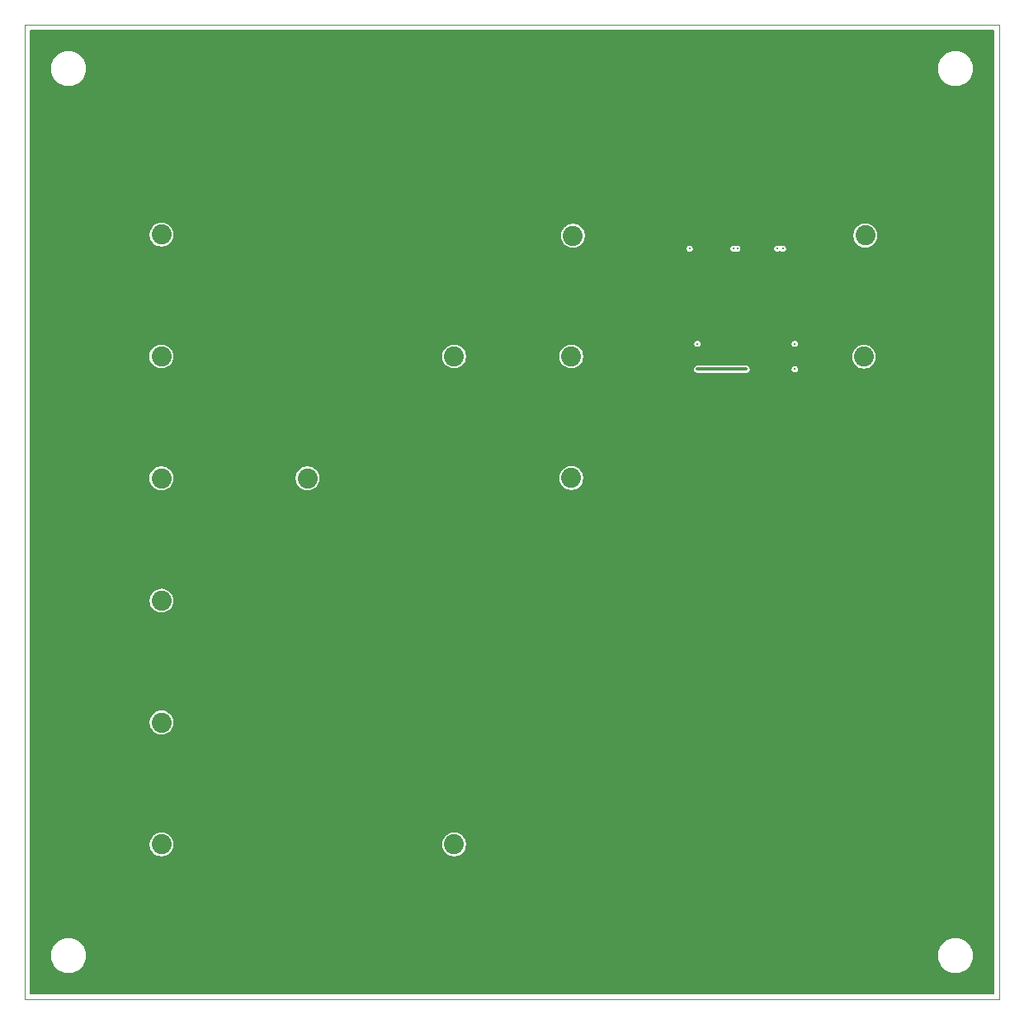
<source format=gbr>
%TF.GenerationSoftware,KiCad,Pcbnew,9.0.3*%
%TF.CreationDate,2026-02-01T20:01:01-08:00*%
%TF.ProjectId,White paper,57686974-6520-4706-9170-65722e6b6963,rev?*%
%TF.SameCoordinates,Original*%
%TF.FileFunction,Copper,L2,Inr*%
%TF.FilePolarity,Positive*%
%FSLAX46Y46*%
G04 Gerber Fmt 4.6, Leading zero omitted, Abs format (unit mm)*
G04 Created by KiCad (PCBNEW 9.0.3) date 2026-02-01 20:01:01*
%MOMM*%
%LPD*%
G01*
G04 APERTURE LIST*
%TA.AperFunction,ComponentPad*%
%ADD10C,2.050000*%
%TD*%
%TA.AperFunction,ComponentPad*%
%ADD11C,2.250000*%
%TD*%
%TA.AperFunction,ViaPad*%
%ADD12C,0.250000*%
%TD*%
%TA.AperFunction,Conductor*%
%ADD13C,0.349250*%
%TD*%
%TA.AperFunction,Profile*%
%ADD14C,0.050000*%
%TD*%
G04 APERTURE END LIST*
D10*
%TO.N,Net-(J10-In)*%
%TO.C,J10*%
X94060000Y-134090000D03*
D11*
%TO.N,GND*%
X91520000Y-131550000D03*
X91520000Y-136630000D03*
X96600000Y-131550000D03*
X96600000Y-136630000D03*
%TD*%
D10*
%TO.N,Net-(J10-In)*%
%TO.C,J9*%
X64060000Y-134090000D03*
D11*
%TO.N,GND*%
X61520000Y-131550000D03*
X61520000Y-136630000D03*
X66600000Y-131550000D03*
X66600000Y-136630000D03*
%TD*%
D10*
%TO.N,Net-(J2-In)*%
%TO.C,J2*%
X64060000Y-121590000D03*
D11*
%TO.N,GND*%
X61520000Y-119050000D03*
X61520000Y-124130000D03*
X66600000Y-119050000D03*
X66600000Y-124130000D03*
%TD*%
D10*
%TO.N,Net-(J1-In)*%
%TO.C,J1*%
X64060000Y-71530000D03*
D11*
%TO.N,GND*%
X61520000Y-68990000D03*
X61520000Y-74070000D03*
X66600000Y-68990000D03*
X66600000Y-74070000D03*
%TD*%
D10*
%TO.N,Net-(J4-In)*%
%TO.C,J4*%
X136260000Y-71620000D03*
D11*
%TO.N,GND*%
X133720000Y-69080000D03*
X133720000Y-74160000D03*
X138800000Y-69080000D03*
X138800000Y-74160000D03*
%TD*%
D10*
%TO.N,Net-(J6-In)*%
%TO.C,J6*%
X136120000Y-84060000D03*
D11*
%TO.N,GND*%
X133580000Y-81520000D03*
X133580000Y-86600000D03*
X138660000Y-81520000D03*
X138660000Y-86600000D03*
%TD*%
D10*
%TO.N,Net-(J3-In)*%
%TO.C,J3*%
X106260000Y-71650000D03*
D11*
%TO.N,GND*%
X103720000Y-69110000D03*
X103720000Y-74190000D03*
X108800000Y-69110000D03*
X108800000Y-74190000D03*
%TD*%
D10*
%TO.N,Net-(J11-In)*%
%TO.C,J12*%
X94060000Y-84030000D03*
D11*
%TO.N,GND*%
X91520000Y-81490000D03*
X91520000Y-86570000D03*
X96600000Y-81490000D03*
X96600000Y-86570000D03*
%TD*%
D10*
%TO.N,Net-(J5-In)*%
%TO.C,J5*%
X106090000Y-84030000D03*
D11*
%TO.N,GND*%
X103550000Y-81490000D03*
X103550000Y-86570000D03*
X108630000Y-81490000D03*
X108630000Y-86570000D03*
%TD*%
D10*
%TO.N,Net-(J11-In)*%
%TO.C,J11*%
X64030000Y-84030000D03*
D11*
%TO.N,GND*%
X61490000Y-81490000D03*
X61490000Y-86570000D03*
X66570000Y-81490000D03*
X66570000Y-86570000D03*
%TD*%
D10*
%TO.N,Net-(J8-In)*%
%TO.C,J8*%
X64060000Y-109090000D03*
D11*
%TO.N,GND*%
X61520000Y-106550000D03*
X61520000Y-111630000D03*
X66600000Y-106550000D03*
X66600000Y-111630000D03*
%TD*%
D10*
%TO.N,Net-(J13-In)*%
%TO.C,J13*%
X64030000Y-96530000D03*
D11*
%TO.N,GND*%
X61490000Y-93990000D03*
X61490000Y-99070000D03*
X66570000Y-93990000D03*
X66570000Y-99070000D03*
%TD*%
D10*
%TO.N,Net-(J13-In)*%
%TO.C,J14*%
X79030000Y-96530000D03*
D11*
%TO.N,GND*%
X76490000Y-93990000D03*
X76490000Y-99070000D03*
X81570000Y-93990000D03*
X81570000Y-99070000D03*
%TD*%
D10*
%TO.N,Net-(J7-In)*%
%TO.C,J7*%
X106090000Y-96500000D03*
D11*
%TO.N,GND*%
X108630000Y-93960000D03*
X103550000Y-93960000D03*
X108630000Y-99040000D03*
X103550000Y-99040000D03*
%TD*%
D12*
%TO.N,GND*%
X93390000Y-124300000D03*
X93090000Y-123240000D03*
X94790000Y-124300000D03*
X94090000Y-124300000D03*
X95010000Y-123240000D03*
X79500000Y-120500000D03*
X104500000Y-130500000D03*
X99500000Y-140500000D03*
X124500000Y-135500000D03*
X84500000Y-60500000D03*
X99500000Y-125500000D03*
X84500000Y-70500000D03*
X144500000Y-85500000D03*
X119500000Y-60500000D03*
X99500000Y-130500000D03*
X94500000Y-60500000D03*
X109500000Y-70500000D03*
X94500000Y-65500000D03*
X124500000Y-60500000D03*
X129500000Y-120500000D03*
X144500000Y-80500000D03*
X104500000Y-70500000D03*
X139500000Y-100500000D03*
X109500000Y-85500000D03*
X94500000Y-70500000D03*
X125119999Y-125195000D03*
X139500000Y-130500000D03*
X84500000Y-95500000D03*
X114500000Y-90500000D03*
X54500000Y-110500000D03*
X69500000Y-110500000D03*
X104500000Y-75500000D03*
X134500000Y-105500000D03*
X126100000Y-126000000D03*
X144500000Y-120500000D03*
X89500000Y-80500000D03*
X114500000Y-100500000D03*
X139500000Y-80500000D03*
X139500000Y-120500000D03*
X109500000Y-65500000D03*
X54500000Y-60500000D03*
X139500000Y-125500000D03*
X84500000Y-140500000D03*
X114500000Y-75500000D03*
X54500000Y-70500000D03*
X74500000Y-130500000D03*
X124500000Y-115500000D03*
X114500000Y-65500000D03*
X84500000Y-75500000D03*
X89500000Y-75500000D03*
X124500000Y-80500000D03*
X104500000Y-115500000D03*
X109500000Y-90500000D03*
X129500000Y-95500000D03*
X84500000Y-115500000D03*
X114500000Y-120500000D03*
X139500000Y-85500000D03*
X134500000Y-110500000D03*
X134500000Y-130500000D03*
X69500000Y-60500000D03*
X134500000Y-115500000D03*
X109500000Y-100500000D03*
X64500000Y-140500000D03*
X54500000Y-140500000D03*
X139500000Y-135500000D03*
X104500000Y-135500000D03*
X84500000Y-110500000D03*
X72800000Y-69200000D03*
X59500000Y-60500000D03*
X84500000Y-90500000D03*
X104500000Y-85500000D03*
X54500000Y-120500000D03*
X139500000Y-90500000D03*
X99500000Y-95500000D03*
X54500000Y-135500000D03*
X74500000Y-60500000D03*
X114500000Y-135500000D03*
X79500000Y-125500000D03*
X144500000Y-110500000D03*
X73400000Y-72830000D03*
X99500000Y-90500000D03*
X134500000Y-135500000D03*
X144500000Y-130500000D03*
X99500000Y-105500000D03*
X134500000Y-120500000D03*
X69500000Y-90500000D03*
X124500000Y-90500000D03*
X119500000Y-125500000D03*
X139500000Y-115500000D03*
X119500000Y-90500000D03*
X89500000Y-120500000D03*
X144500000Y-100500000D03*
X89500000Y-85500000D03*
X89500000Y-110500000D03*
X89500000Y-60500000D03*
X94500000Y-120500000D03*
X70800000Y-70229178D03*
X109500000Y-120500000D03*
X124500000Y-130500000D03*
X109500000Y-110500000D03*
X129500000Y-100500000D03*
X144500000Y-90500000D03*
X69500000Y-115500000D03*
X59500000Y-130500000D03*
X127039999Y-125195000D03*
X119500000Y-105500000D03*
X134500000Y-95500000D03*
X94500000Y-100500000D03*
X79500000Y-60500000D03*
X129500000Y-90500000D03*
X129500000Y-140500000D03*
X119500000Y-95500000D03*
X129500000Y-115500000D03*
X104500000Y-105500000D03*
X104500000Y-100500000D03*
X95020000Y-110740000D03*
X114500000Y-60500000D03*
X134500000Y-65500000D03*
X59500000Y-65500000D03*
X59500000Y-105500000D03*
X99500000Y-70500000D03*
X54500000Y-80500000D03*
X54500000Y-105500000D03*
X72100000Y-73800000D03*
X114500000Y-105500000D03*
X54500000Y-85500000D03*
X72100000Y-69200000D03*
X129500000Y-110500000D03*
X64500000Y-90500000D03*
X119500000Y-120500000D03*
X109500000Y-105500000D03*
X104500000Y-80500000D03*
X104500000Y-95500000D03*
X89500000Y-130500000D03*
X129500000Y-130500000D03*
X64500000Y-65500000D03*
X129500000Y-65500000D03*
X144500000Y-125500000D03*
X139500000Y-65500000D03*
X89500000Y-100500000D03*
X124500000Y-75500000D03*
X109500000Y-60500000D03*
X109500000Y-95500000D03*
X134500000Y-85500000D03*
X54500000Y-130500000D03*
X144500000Y-95500000D03*
X109500000Y-140500000D03*
X59500000Y-90500000D03*
X59500000Y-100500000D03*
X124500000Y-65500000D03*
X69500000Y-70500000D03*
X74500000Y-80500000D03*
X74500000Y-110500000D03*
X69500000Y-80500000D03*
X89500000Y-105500000D03*
X71400000Y-73800000D03*
X94500000Y-105500000D03*
X64500000Y-100500000D03*
X54500000Y-100500000D03*
X79500000Y-65500000D03*
X134500000Y-80500000D03*
X64500000Y-115500000D03*
X114500000Y-115500000D03*
X69500000Y-105500000D03*
X89500000Y-90500000D03*
X134500000Y-140500000D03*
X134500000Y-75500000D03*
X99500000Y-135500000D03*
X84500000Y-135500000D03*
X114500000Y-130500000D03*
X99500000Y-60500000D03*
X124500000Y-95500000D03*
X84500000Y-100500000D03*
X84500000Y-130500000D03*
X124500000Y-125500000D03*
X144500000Y-70500000D03*
X89500000Y-70500000D03*
X79500000Y-130500000D03*
X79500000Y-135500000D03*
X94500000Y-125500000D03*
X74500000Y-65500000D03*
X79500000Y-110500000D03*
X109500000Y-125500000D03*
X74500000Y-140500000D03*
X64500000Y-60500000D03*
X119500000Y-115500000D03*
X109500000Y-130500000D03*
X139500000Y-95500000D03*
X84500000Y-120500000D03*
X54500000Y-90500000D03*
X74500000Y-90500000D03*
X59500000Y-95500000D03*
X109500000Y-75500000D03*
X89500000Y-140500000D03*
X94500000Y-90500000D03*
X64500000Y-105500000D03*
X54500000Y-65500000D03*
X69500000Y-130500000D03*
X129500000Y-80500000D03*
X69500000Y-100500000D03*
X74500000Y-75500000D03*
X69500000Y-120500000D03*
X109500000Y-135500000D03*
X74500000Y-115500000D03*
X94100000Y-111800000D03*
X144500000Y-60500000D03*
X54500000Y-115500000D03*
X119500000Y-75500000D03*
X104500000Y-60500000D03*
X104500000Y-110500000D03*
X139500000Y-60500000D03*
X59500000Y-85500000D03*
X79500000Y-75500000D03*
X129500000Y-135500000D03*
X124500000Y-105500000D03*
X94500000Y-85500000D03*
X79500000Y-105500000D03*
X99500000Y-120500000D03*
X94800000Y-111800000D03*
X79500000Y-100500000D03*
X119500000Y-65500000D03*
X59500000Y-75500000D03*
X124500000Y-120500000D03*
X134500000Y-100500000D03*
X72800000Y-73800000D03*
X124500000Y-140500000D03*
X114500000Y-125500000D03*
X134500000Y-60500000D03*
X84500000Y-105500000D03*
X79500000Y-80500000D03*
X144500000Y-65500000D03*
X93400000Y-111800000D03*
X74500000Y-100500000D03*
X119500000Y-110500000D03*
X89500000Y-65500000D03*
X69500000Y-125500000D03*
X104500000Y-120500000D03*
X94500000Y-80500000D03*
X79500000Y-115500000D03*
X114500000Y-140500000D03*
X74500000Y-95500000D03*
X109500000Y-115500000D03*
X104500000Y-65500000D03*
X139500000Y-75500000D03*
X114500000Y-95500000D03*
X59500000Y-120500000D03*
X94500000Y-115500000D03*
X64500000Y-80500000D03*
X71400000Y-69200000D03*
X94500000Y-140500000D03*
X93100000Y-110740000D03*
X144500000Y-135500000D03*
X74500000Y-125500000D03*
X125400000Y-126000000D03*
X54500000Y-95500000D03*
X99500000Y-100500000D03*
X74500000Y-70500000D03*
X139500000Y-140500000D03*
X69500000Y-75500000D03*
X79500000Y-90500000D03*
X59500000Y-135500000D03*
X69500000Y-85500000D03*
X129500000Y-75500000D03*
X119500000Y-80500000D03*
X144500000Y-105500000D03*
X104500000Y-90500000D03*
X74500000Y-105500000D03*
X59500000Y-140500000D03*
X99500000Y-75500000D03*
X99500000Y-80500000D03*
X59500000Y-115500000D03*
X64500000Y-135500000D03*
X119500000Y-100500000D03*
X144500000Y-115500000D03*
X99500000Y-115500000D03*
X79500000Y-140500000D03*
X99500000Y-110500000D03*
X144500000Y-75500000D03*
X59500000Y-80500000D03*
X64500000Y-85500000D03*
X124500000Y-100500000D03*
X69500000Y-95500000D03*
X139500000Y-70500000D03*
X139500000Y-110500000D03*
X69500000Y-135500000D03*
X134500000Y-90500000D03*
X99500000Y-85500000D03*
X64500000Y-110500000D03*
X99500000Y-65500000D03*
X119500000Y-140500000D03*
X59500000Y-110500000D03*
X73370000Y-70230000D03*
X119500000Y-135500000D03*
X69500000Y-65500000D03*
X134500000Y-70500000D03*
X84500000Y-80500000D03*
X129500000Y-105500000D03*
X79500000Y-70500000D03*
X74500000Y-135500000D03*
X70800000Y-72830000D03*
X126800000Y-126000000D03*
X129500000Y-60500000D03*
X74500000Y-120500000D03*
X144500000Y-140500000D03*
X64500000Y-75500000D03*
X89500000Y-125500000D03*
X124500000Y-110500000D03*
X89500000Y-115500000D03*
X109500000Y-80500000D03*
X84500000Y-125500000D03*
X139500000Y-105500000D03*
X84500000Y-65500000D03*
X94500000Y-75500000D03*
X54500000Y-125500000D03*
X129500000Y-125500000D03*
X134500000Y-125500000D03*
X54500000Y-75500000D03*
X119500000Y-130500000D03*
X59500000Y-125500000D03*
X104500000Y-140500000D03*
X69500000Y-140500000D03*
X59500000Y-70500000D03*
X114500000Y-80500000D03*
X64500000Y-125500000D03*
X89500000Y-95500000D03*
X89500000Y-135500000D03*
%TO.N,Net-(J4-In)*%
X127800000Y-72950000D03*
X122730000Y-72950000D03*
X123130003Y-72950000D03*
X127230000Y-72950000D03*
X118230000Y-72950000D03*
%TO.N,Net-(J6-In)*%
X129030000Y-85330000D03*
X129030000Y-82730000D03*
X124030000Y-85330000D03*
X119040000Y-82730000D03*
X119030000Y-85330000D03*
%TD*%
D13*
%TO.N,Net-(J6-In)*%
X119040000Y-85330000D02*
X124030000Y-85330000D01*
%TD*%
%TA.AperFunction,Conductor*%
%TO.N,GND*%
G36*
X149442539Y-50520185D02*
G01*
X149488294Y-50572989D01*
X149499500Y-50624500D01*
X149499500Y-149375500D01*
X149479815Y-149442539D01*
X149427011Y-149488294D01*
X149375500Y-149499500D01*
X50624500Y-149499500D01*
X50557461Y-149479815D01*
X50511706Y-149427011D01*
X50500500Y-149375500D01*
X50500500Y-145381995D01*
X52699500Y-145381995D01*
X52699500Y-145618004D01*
X52699501Y-145618020D01*
X52730306Y-145852010D01*
X52791394Y-146079993D01*
X52881714Y-146298045D01*
X52881719Y-146298056D01*
X52952677Y-146420957D01*
X52999727Y-146502450D01*
X52999729Y-146502453D01*
X52999730Y-146502454D01*
X53143406Y-146689697D01*
X53143412Y-146689704D01*
X53310295Y-146856587D01*
X53310301Y-146856592D01*
X53497550Y-147000273D01*
X53628918Y-147076118D01*
X53701943Y-147118280D01*
X53701948Y-147118282D01*
X53701951Y-147118284D01*
X53920007Y-147208606D01*
X54147986Y-147269693D01*
X54381989Y-147300500D01*
X54381996Y-147300500D01*
X54618004Y-147300500D01*
X54618011Y-147300500D01*
X54852014Y-147269693D01*
X55079993Y-147208606D01*
X55298049Y-147118284D01*
X55502450Y-147000273D01*
X55689699Y-146856592D01*
X55856592Y-146689699D01*
X56000273Y-146502450D01*
X56118284Y-146298049D01*
X56208606Y-146079993D01*
X56269693Y-145852014D01*
X56300500Y-145618011D01*
X56300500Y-145381995D01*
X143699500Y-145381995D01*
X143699500Y-145618004D01*
X143699501Y-145618020D01*
X143730306Y-145852010D01*
X143791394Y-146079993D01*
X143881714Y-146298045D01*
X143881719Y-146298056D01*
X143952677Y-146420957D01*
X143999727Y-146502450D01*
X143999729Y-146502453D01*
X143999730Y-146502454D01*
X144143406Y-146689697D01*
X144143412Y-146689704D01*
X144310295Y-146856587D01*
X144310301Y-146856592D01*
X144497550Y-147000273D01*
X144628918Y-147076118D01*
X144701943Y-147118280D01*
X144701948Y-147118282D01*
X144701951Y-147118284D01*
X144920007Y-147208606D01*
X145147986Y-147269693D01*
X145381989Y-147300500D01*
X145381996Y-147300500D01*
X145618004Y-147300500D01*
X145618011Y-147300500D01*
X145852014Y-147269693D01*
X146079993Y-147208606D01*
X146298049Y-147118284D01*
X146502450Y-147000273D01*
X146689699Y-146856592D01*
X146856592Y-146689699D01*
X147000273Y-146502450D01*
X147118284Y-146298049D01*
X147208606Y-146079993D01*
X147269693Y-145852014D01*
X147300500Y-145618011D01*
X147300500Y-145381989D01*
X147269693Y-145147986D01*
X147208606Y-144920007D01*
X147118284Y-144701951D01*
X147118282Y-144701948D01*
X147118280Y-144701943D01*
X147076118Y-144628918D01*
X147000273Y-144497550D01*
X146856592Y-144310301D01*
X146856587Y-144310295D01*
X146689704Y-144143412D01*
X146689697Y-144143406D01*
X146502454Y-143999730D01*
X146502453Y-143999729D01*
X146502450Y-143999727D01*
X146420957Y-143952677D01*
X146298056Y-143881719D01*
X146298045Y-143881714D01*
X146079993Y-143791394D01*
X145852010Y-143730306D01*
X145618020Y-143699501D01*
X145618017Y-143699500D01*
X145618011Y-143699500D01*
X145381989Y-143699500D01*
X145381983Y-143699500D01*
X145381979Y-143699501D01*
X145147989Y-143730306D01*
X144920006Y-143791394D01*
X144701954Y-143881714D01*
X144701943Y-143881719D01*
X144497545Y-143999730D01*
X144310302Y-144143406D01*
X144310295Y-144143412D01*
X144143412Y-144310295D01*
X144143406Y-144310302D01*
X143999730Y-144497545D01*
X143881719Y-144701943D01*
X143881714Y-144701954D01*
X143791394Y-144920006D01*
X143730306Y-145147989D01*
X143699501Y-145381979D01*
X143699500Y-145381995D01*
X56300500Y-145381995D01*
X56300500Y-145381989D01*
X56269693Y-145147986D01*
X56208606Y-144920007D01*
X56118284Y-144701951D01*
X56118282Y-144701948D01*
X56118280Y-144701943D01*
X56076118Y-144628918D01*
X56000273Y-144497550D01*
X55856592Y-144310301D01*
X55856587Y-144310295D01*
X55689704Y-144143412D01*
X55689697Y-144143406D01*
X55502454Y-143999730D01*
X55502453Y-143999729D01*
X55502450Y-143999727D01*
X55420957Y-143952677D01*
X55298056Y-143881719D01*
X55298045Y-143881714D01*
X55079993Y-143791394D01*
X54852010Y-143730306D01*
X54618020Y-143699501D01*
X54618017Y-143699500D01*
X54618011Y-143699500D01*
X54381989Y-143699500D01*
X54381983Y-143699500D01*
X54381979Y-143699501D01*
X54147989Y-143730306D01*
X53920006Y-143791394D01*
X53701954Y-143881714D01*
X53701943Y-143881719D01*
X53497545Y-143999730D01*
X53310302Y-144143406D01*
X53310295Y-144143412D01*
X53143412Y-144310295D01*
X53143406Y-144310302D01*
X52999730Y-144497545D01*
X52881719Y-144701943D01*
X52881714Y-144701954D01*
X52791394Y-144920006D01*
X52730306Y-145147989D01*
X52699501Y-145381979D01*
X52699500Y-145381995D01*
X50500500Y-145381995D01*
X50500500Y-133993551D01*
X62834500Y-133993551D01*
X62834500Y-134186448D01*
X62864675Y-134376969D01*
X62864676Y-134376972D01*
X62924285Y-134560429D01*
X63011859Y-134732302D01*
X63125241Y-134888359D01*
X63261641Y-135024759D01*
X63417698Y-135138141D01*
X63589571Y-135225715D01*
X63773028Y-135285324D01*
X63963551Y-135315500D01*
X63963552Y-135315500D01*
X64156448Y-135315500D01*
X64156449Y-135315500D01*
X64346972Y-135285324D01*
X64530429Y-135225715D01*
X64702302Y-135138141D01*
X64858359Y-135024759D01*
X64994759Y-134888359D01*
X65108141Y-134732302D01*
X65195715Y-134560429D01*
X65255324Y-134376972D01*
X65285500Y-134186449D01*
X65285500Y-133993551D01*
X92834500Y-133993551D01*
X92834500Y-134186448D01*
X92864675Y-134376969D01*
X92864676Y-134376972D01*
X92924285Y-134560429D01*
X93011859Y-134732302D01*
X93125241Y-134888359D01*
X93261641Y-135024759D01*
X93417698Y-135138141D01*
X93589571Y-135225715D01*
X93773028Y-135285324D01*
X93963551Y-135315500D01*
X93963552Y-135315500D01*
X94156448Y-135315500D01*
X94156449Y-135315500D01*
X94346972Y-135285324D01*
X94530429Y-135225715D01*
X94702302Y-135138141D01*
X94858359Y-135024759D01*
X94994759Y-134888359D01*
X95108141Y-134732302D01*
X95195715Y-134560429D01*
X95255324Y-134376972D01*
X95285500Y-134186449D01*
X95285500Y-133993551D01*
X95255324Y-133803028D01*
X95195715Y-133619571D01*
X95108141Y-133447698D01*
X94994759Y-133291641D01*
X94858359Y-133155241D01*
X94702302Y-133041859D01*
X94530429Y-132954285D01*
X94346972Y-132894676D01*
X94346970Y-132894675D01*
X94346969Y-132894675D01*
X94200614Y-132871495D01*
X94156449Y-132864500D01*
X93963551Y-132864500D01*
X93927697Y-132870178D01*
X93773030Y-132894675D01*
X93589568Y-132954286D01*
X93417697Y-133041859D01*
X93328661Y-133106547D01*
X93261641Y-133155241D01*
X93261639Y-133155243D01*
X93261638Y-133155243D01*
X93125243Y-133291638D01*
X93125243Y-133291639D01*
X93125241Y-133291641D01*
X93076547Y-133358661D01*
X93011859Y-133447697D01*
X92924286Y-133619568D01*
X92864675Y-133803030D01*
X92834500Y-133993551D01*
X65285500Y-133993551D01*
X65255324Y-133803028D01*
X65195715Y-133619571D01*
X65108141Y-133447698D01*
X64994759Y-133291641D01*
X64858359Y-133155241D01*
X64702302Y-133041859D01*
X64530429Y-132954285D01*
X64346972Y-132894676D01*
X64346970Y-132894675D01*
X64346969Y-132894675D01*
X64200614Y-132871495D01*
X64156449Y-132864500D01*
X63963551Y-132864500D01*
X63927697Y-132870178D01*
X63773030Y-132894675D01*
X63589568Y-132954286D01*
X63417697Y-133041859D01*
X63328661Y-133106547D01*
X63261641Y-133155241D01*
X63261639Y-133155243D01*
X63261638Y-133155243D01*
X63125243Y-133291638D01*
X63125243Y-133291639D01*
X63125241Y-133291641D01*
X63076547Y-133358661D01*
X63011859Y-133447697D01*
X62924286Y-133619568D01*
X62864675Y-133803030D01*
X62834500Y-133993551D01*
X50500500Y-133993551D01*
X50500500Y-121493551D01*
X62834500Y-121493551D01*
X62834500Y-121686448D01*
X62864675Y-121876969D01*
X62864676Y-121876972D01*
X62924285Y-122060429D01*
X63011859Y-122232302D01*
X63125241Y-122388359D01*
X63261641Y-122524759D01*
X63417698Y-122638141D01*
X63589571Y-122725715D01*
X63773028Y-122785324D01*
X63963551Y-122815500D01*
X63963552Y-122815500D01*
X64156448Y-122815500D01*
X64156449Y-122815500D01*
X64346972Y-122785324D01*
X64530429Y-122725715D01*
X64702302Y-122638141D01*
X64858359Y-122524759D01*
X64994759Y-122388359D01*
X65108141Y-122232302D01*
X65195715Y-122060429D01*
X65255324Y-121876972D01*
X65285500Y-121686449D01*
X65285500Y-121493551D01*
X65255324Y-121303028D01*
X65195715Y-121119571D01*
X65108141Y-120947698D01*
X64994759Y-120791641D01*
X64858359Y-120655241D01*
X64702302Y-120541859D01*
X64530429Y-120454285D01*
X64346972Y-120394676D01*
X64346970Y-120394675D01*
X64346969Y-120394675D01*
X64200614Y-120371495D01*
X64156449Y-120364500D01*
X63963551Y-120364500D01*
X63927697Y-120370178D01*
X63773030Y-120394675D01*
X63589568Y-120454286D01*
X63417697Y-120541859D01*
X63328661Y-120606547D01*
X63261641Y-120655241D01*
X63261639Y-120655243D01*
X63261638Y-120655243D01*
X63125243Y-120791638D01*
X63125243Y-120791639D01*
X63125241Y-120791641D01*
X63076547Y-120858661D01*
X63011859Y-120947697D01*
X62924286Y-121119568D01*
X62864675Y-121303030D01*
X62834500Y-121493551D01*
X50500500Y-121493551D01*
X50500500Y-108993551D01*
X62834500Y-108993551D01*
X62834500Y-109186448D01*
X62864675Y-109376969D01*
X62864676Y-109376972D01*
X62924285Y-109560429D01*
X63011859Y-109732302D01*
X63125241Y-109888359D01*
X63261641Y-110024759D01*
X63417698Y-110138141D01*
X63589571Y-110225715D01*
X63773028Y-110285324D01*
X63963551Y-110315500D01*
X63963552Y-110315500D01*
X64156448Y-110315500D01*
X64156449Y-110315500D01*
X64346972Y-110285324D01*
X64530429Y-110225715D01*
X64702302Y-110138141D01*
X64858359Y-110024759D01*
X64994759Y-109888359D01*
X65108141Y-109732302D01*
X65195715Y-109560429D01*
X65255324Y-109376972D01*
X65285500Y-109186449D01*
X65285500Y-108993551D01*
X65255324Y-108803028D01*
X65195715Y-108619571D01*
X65108141Y-108447698D01*
X64994759Y-108291641D01*
X64858359Y-108155241D01*
X64702302Y-108041859D01*
X64530429Y-107954285D01*
X64346972Y-107894676D01*
X64346970Y-107894675D01*
X64346969Y-107894675D01*
X64200614Y-107871495D01*
X64156449Y-107864500D01*
X63963551Y-107864500D01*
X63927697Y-107870178D01*
X63773030Y-107894675D01*
X63589568Y-107954286D01*
X63417697Y-108041859D01*
X63328661Y-108106547D01*
X63261641Y-108155241D01*
X63261639Y-108155243D01*
X63261638Y-108155243D01*
X63125243Y-108291638D01*
X63125243Y-108291639D01*
X63125241Y-108291641D01*
X63076547Y-108358661D01*
X63011859Y-108447697D01*
X62924286Y-108619568D01*
X62864675Y-108803030D01*
X62834500Y-108993551D01*
X50500500Y-108993551D01*
X50500500Y-96433551D01*
X62804500Y-96433551D01*
X62804500Y-96626448D01*
X62834675Y-96816969D01*
X62834676Y-96816972D01*
X62894285Y-97000429D01*
X62981859Y-97172302D01*
X63095241Y-97328359D01*
X63231641Y-97464759D01*
X63387698Y-97578141D01*
X63559571Y-97665715D01*
X63743028Y-97725324D01*
X63933551Y-97755500D01*
X63933552Y-97755500D01*
X64126448Y-97755500D01*
X64126449Y-97755500D01*
X64316972Y-97725324D01*
X64500429Y-97665715D01*
X64672302Y-97578141D01*
X64828359Y-97464759D01*
X64964759Y-97328359D01*
X65078141Y-97172302D01*
X65165715Y-97000429D01*
X65225324Y-96816972D01*
X65255500Y-96626449D01*
X65255500Y-96433551D01*
X77804500Y-96433551D01*
X77804500Y-96626448D01*
X77834675Y-96816969D01*
X77834676Y-96816972D01*
X77894285Y-97000429D01*
X77981859Y-97172302D01*
X78095241Y-97328359D01*
X78231641Y-97464759D01*
X78387698Y-97578141D01*
X78559571Y-97665715D01*
X78743028Y-97725324D01*
X78933551Y-97755500D01*
X78933552Y-97755500D01*
X79126448Y-97755500D01*
X79126449Y-97755500D01*
X79316972Y-97725324D01*
X79500429Y-97665715D01*
X79672302Y-97578141D01*
X79828359Y-97464759D01*
X79964759Y-97328359D01*
X80078141Y-97172302D01*
X80165715Y-97000429D01*
X80225324Y-96816972D01*
X80255500Y-96626449D01*
X80255500Y-96433551D01*
X80250748Y-96403551D01*
X104864500Y-96403551D01*
X104864500Y-96596448D01*
X104894675Y-96786969D01*
X104894676Y-96786972D01*
X104954285Y-96970429D01*
X105041859Y-97142302D01*
X105155241Y-97298359D01*
X105291641Y-97434759D01*
X105447698Y-97548141D01*
X105619571Y-97635715D01*
X105803028Y-97695324D01*
X105993551Y-97725500D01*
X105993552Y-97725500D01*
X106186448Y-97725500D01*
X106186449Y-97725500D01*
X106376972Y-97695324D01*
X106560429Y-97635715D01*
X106732302Y-97548141D01*
X106888359Y-97434759D01*
X107024759Y-97298359D01*
X107138141Y-97142302D01*
X107225715Y-96970429D01*
X107285324Y-96786972D01*
X107315500Y-96596449D01*
X107315500Y-96403551D01*
X107285324Y-96213028D01*
X107225715Y-96029571D01*
X107138141Y-95857698D01*
X107024759Y-95701641D01*
X106888359Y-95565241D01*
X106732302Y-95451859D01*
X106560429Y-95364285D01*
X106376972Y-95304676D01*
X106376970Y-95304675D01*
X106376969Y-95304675D01*
X106230614Y-95281495D01*
X106186449Y-95274500D01*
X105993551Y-95274500D01*
X105957697Y-95280178D01*
X105803030Y-95304675D01*
X105619568Y-95364286D01*
X105447697Y-95451859D01*
X105358661Y-95516547D01*
X105291641Y-95565241D01*
X105291639Y-95565243D01*
X105291638Y-95565243D01*
X105155243Y-95701638D01*
X105155243Y-95701639D01*
X105155241Y-95701641D01*
X105133447Y-95731638D01*
X105041859Y-95857697D01*
X104954286Y-96029568D01*
X104894675Y-96213030D01*
X104864500Y-96403551D01*
X80250748Y-96403551D01*
X80225324Y-96243028D01*
X80165715Y-96059571D01*
X80078141Y-95887698D01*
X79964759Y-95731641D01*
X79828359Y-95595241D01*
X79672302Y-95481859D01*
X79500429Y-95394285D01*
X79316972Y-95334676D01*
X79316970Y-95334675D01*
X79316969Y-95334675D01*
X79170614Y-95311495D01*
X79126449Y-95304500D01*
X78933551Y-95304500D01*
X78897697Y-95310178D01*
X78743030Y-95334675D01*
X78559568Y-95394286D01*
X78387697Y-95481859D01*
X78298661Y-95546547D01*
X78231641Y-95595241D01*
X78231639Y-95595243D01*
X78231638Y-95595243D01*
X78095243Y-95731638D01*
X78095243Y-95731639D01*
X78095241Y-95731641D01*
X78046547Y-95798661D01*
X77981859Y-95887697D01*
X77894286Y-96059568D01*
X77834675Y-96243030D01*
X77804500Y-96433551D01*
X65255500Y-96433551D01*
X65225324Y-96243028D01*
X65165715Y-96059571D01*
X65078141Y-95887698D01*
X64964759Y-95731641D01*
X64828359Y-95595241D01*
X64672302Y-95481859D01*
X64500429Y-95394285D01*
X64316972Y-95334676D01*
X64316970Y-95334675D01*
X64316969Y-95334675D01*
X64170614Y-95311495D01*
X64126449Y-95304500D01*
X63933551Y-95304500D01*
X63897697Y-95310178D01*
X63743030Y-95334675D01*
X63559568Y-95394286D01*
X63387697Y-95481859D01*
X63298661Y-95546547D01*
X63231641Y-95595241D01*
X63231639Y-95595243D01*
X63231638Y-95595243D01*
X63095243Y-95731638D01*
X63095243Y-95731639D01*
X63095241Y-95731641D01*
X63046547Y-95798661D01*
X62981859Y-95887697D01*
X62894286Y-96059568D01*
X62834675Y-96243030D01*
X62804500Y-96433551D01*
X50500500Y-96433551D01*
X50500500Y-85280614D01*
X118664875Y-85280614D01*
X118664875Y-85379386D01*
X118690439Y-85474793D01*
X118739825Y-85560332D01*
X118809668Y-85630175D01*
X118895207Y-85679561D01*
X118990614Y-85705125D01*
X118990616Y-85705125D01*
X124079384Y-85705125D01*
X124079386Y-85705125D01*
X124174793Y-85679561D01*
X124260332Y-85630175D01*
X124330175Y-85560332D01*
X124379561Y-85474793D01*
X124405125Y-85379386D01*
X124405125Y-85287147D01*
X128704500Y-85287147D01*
X128704500Y-85372853D01*
X128706251Y-85379386D01*
X128726682Y-85455637D01*
X128726685Y-85455644D01*
X128769530Y-85529855D01*
X128769534Y-85529860D01*
X128769535Y-85529862D01*
X128830138Y-85590465D01*
X128830140Y-85590466D01*
X128830144Y-85590469D01*
X128898913Y-85630172D01*
X128904362Y-85633318D01*
X128987147Y-85655500D01*
X128987149Y-85655500D01*
X129072851Y-85655500D01*
X129072853Y-85655500D01*
X129155638Y-85633318D01*
X129229862Y-85590465D01*
X129290465Y-85529862D01*
X129333318Y-85455638D01*
X129355500Y-85372853D01*
X129355500Y-85287147D01*
X129333318Y-85204362D01*
X129322257Y-85185204D01*
X129290469Y-85130144D01*
X129290463Y-85130136D01*
X129229863Y-85069536D01*
X129229855Y-85069530D01*
X129155644Y-85026685D01*
X129155640Y-85026683D01*
X129155638Y-85026682D01*
X129072853Y-85004500D01*
X128987147Y-85004500D01*
X128904362Y-85026682D01*
X128904355Y-85026685D01*
X128830144Y-85069530D01*
X128830136Y-85069536D01*
X128769536Y-85130136D01*
X128769530Y-85130144D01*
X128726685Y-85204355D01*
X128726682Y-85204362D01*
X128704500Y-85287147D01*
X124405125Y-85287147D01*
X124405125Y-85280614D01*
X124379561Y-85185207D01*
X124330175Y-85099668D01*
X124260332Y-85029825D01*
X124174793Y-84980439D01*
X124079386Y-84954875D01*
X118990614Y-84954875D01*
X118895207Y-84980439D01*
X118895204Y-84980440D01*
X118809671Y-85029823D01*
X118809665Y-85029827D01*
X118739827Y-85099665D01*
X118739823Y-85099671D01*
X118690440Y-85185204D01*
X118690439Y-85185207D01*
X118664875Y-85280614D01*
X50500500Y-85280614D01*
X50500500Y-83933551D01*
X62804500Y-83933551D01*
X62804500Y-84126448D01*
X62834675Y-84316969D01*
X62834676Y-84316972D01*
X62894285Y-84500429D01*
X62981859Y-84672302D01*
X63095241Y-84828359D01*
X63231641Y-84964759D01*
X63387698Y-85078141D01*
X63559571Y-85165715D01*
X63743028Y-85225324D01*
X63933551Y-85255500D01*
X63933552Y-85255500D01*
X64126448Y-85255500D01*
X64126449Y-85255500D01*
X64316972Y-85225324D01*
X64500429Y-85165715D01*
X64672302Y-85078141D01*
X64828359Y-84964759D01*
X64964759Y-84828359D01*
X65078141Y-84672302D01*
X65165715Y-84500429D01*
X65225324Y-84316972D01*
X65255500Y-84126449D01*
X65255500Y-83933551D01*
X92834500Y-83933551D01*
X92834500Y-84126448D01*
X92864675Y-84316969D01*
X92864676Y-84316972D01*
X92924285Y-84500429D01*
X93011859Y-84672302D01*
X93125241Y-84828359D01*
X93261641Y-84964759D01*
X93417698Y-85078141D01*
X93589571Y-85165715D01*
X93773028Y-85225324D01*
X93963551Y-85255500D01*
X93963552Y-85255500D01*
X94156448Y-85255500D01*
X94156449Y-85255500D01*
X94346972Y-85225324D01*
X94530429Y-85165715D01*
X94702302Y-85078141D01*
X94858359Y-84964759D01*
X94994759Y-84828359D01*
X95108141Y-84672302D01*
X95195715Y-84500429D01*
X95255324Y-84316972D01*
X95285500Y-84126449D01*
X95285500Y-83933551D01*
X104864500Y-83933551D01*
X104864500Y-84126448D01*
X104894675Y-84316969D01*
X104894676Y-84316972D01*
X104954285Y-84500429D01*
X105041859Y-84672302D01*
X105155241Y-84828359D01*
X105291641Y-84964759D01*
X105447698Y-85078141D01*
X105619571Y-85165715D01*
X105803028Y-85225324D01*
X105993551Y-85255500D01*
X105993552Y-85255500D01*
X106186448Y-85255500D01*
X106186449Y-85255500D01*
X106376972Y-85225324D01*
X106560429Y-85165715D01*
X106732302Y-85078141D01*
X106888359Y-84964759D01*
X107024759Y-84828359D01*
X107138141Y-84672302D01*
X107225715Y-84500429D01*
X107285324Y-84316972D01*
X107315500Y-84126449D01*
X107315500Y-83963551D01*
X134894500Y-83963551D01*
X134894500Y-84156448D01*
X134924675Y-84346969D01*
X134924676Y-84346972D01*
X134984285Y-84530429D01*
X135071859Y-84702302D01*
X135185241Y-84858359D01*
X135321641Y-84994759D01*
X135477698Y-85108141D01*
X135649571Y-85195715D01*
X135833028Y-85255324D01*
X136023551Y-85285500D01*
X136023552Y-85285500D01*
X136216448Y-85285500D01*
X136216449Y-85285500D01*
X136406972Y-85255324D01*
X136590429Y-85195715D01*
X136762302Y-85108141D01*
X136918359Y-84994759D01*
X137054759Y-84858359D01*
X137168141Y-84702302D01*
X137255715Y-84530429D01*
X137315324Y-84346972D01*
X137345500Y-84156449D01*
X137345500Y-83963551D01*
X137315324Y-83773028D01*
X137255715Y-83589571D01*
X137168141Y-83417698D01*
X137054759Y-83261641D01*
X136918359Y-83125241D01*
X136762302Y-83011859D01*
X136590429Y-82924285D01*
X136406972Y-82864676D01*
X136406970Y-82864675D01*
X136406969Y-82864675D01*
X136260614Y-82841495D01*
X136216449Y-82834500D01*
X136023551Y-82834500D01*
X135987697Y-82840178D01*
X135833030Y-82864675D01*
X135649568Y-82924286D01*
X135477697Y-83011859D01*
X135417631Y-83055500D01*
X135321641Y-83125241D01*
X135321639Y-83125243D01*
X135321638Y-83125243D01*
X135185243Y-83261638D01*
X135185243Y-83261639D01*
X135185241Y-83261641D01*
X135136547Y-83328661D01*
X135071859Y-83417697D01*
X134984286Y-83589568D01*
X134924675Y-83773030D01*
X134894500Y-83963551D01*
X107315500Y-83963551D01*
X107315500Y-83933551D01*
X107285324Y-83743028D01*
X107225715Y-83559571D01*
X107138141Y-83387698D01*
X107024759Y-83231641D01*
X106888359Y-83095241D01*
X106732302Y-82981859D01*
X106560431Y-82894286D01*
X106560430Y-82894285D01*
X106560429Y-82894285D01*
X106376972Y-82834676D01*
X106376970Y-82834675D01*
X106376969Y-82834675D01*
X106230614Y-82811495D01*
X106186449Y-82804500D01*
X105993551Y-82804500D01*
X105957697Y-82810178D01*
X105803030Y-82834675D01*
X105619568Y-82894286D01*
X105447697Y-82981859D01*
X105376876Y-83033314D01*
X105291641Y-83095241D01*
X105291639Y-83095243D01*
X105291638Y-83095243D01*
X105155243Y-83231638D01*
X105155243Y-83231639D01*
X105155241Y-83231641D01*
X105133447Y-83261638D01*
X105041859Y-83387697D01*
X104954286Y-83559568D01*
X104894675Y-83743030D01*
X104864500Y-83933551D01*
X95285500Y-83933551D01*
X95255324Y-83743028D01*
X95195715Y-83559571D01*
X95108141Y-83387698D01*
X94994759Y-83231641D01*
X94858359Y-83095241D01*
X94702302Y-82981859D01*
X94530431Y-82894286D01*
X94530430Y-82894285D01*
X94530429Y-82894285D01*
X94346972Y-82834676D01*
X94346970Y-82834675D01*
X94346969Y-82834675D01*
X94200614Y-82811495D01*
X94156449Y-82804500D01*
X93963551Y-82804500D01*
X93927697Y-82810178D01*
X93773030Y-82834675D01*
X93589568Y-82894286D01*
X93417697Y-82981859D01*
X93346876Y-83033314D01*
X93261641Y-83095241D01*
X93261639Y-83095243D01*
X93261638Y-83095243D01*
X93125243Y-83231638D01*
X93125243Y-83231639D01*
X93125241Y-83231641D01*
X93103447Y-83261638D01*
X93011859Y-83387697D01*
X92924286Y-83559568D01*
X92864675Y-83743030D01*
X92834500Y-83933551D01*
X65255500Y-83933551D01*
X65225324Y-83743028D01*
X65165715Y-83559571D01*
X65078141Y-83387698D01*
X64964759Y-83231641D01*
X64828359Y-83095241D01*
X64672302Y-82981859D01*
X64500431Y-82894286D01*
X64500430Y-82894285D01*
X64500429Y-82894285D01*
X64316972Y-82834676D01*
X64316970Y-82834675D01*
X64316969Y-82834675D01*
X64170614Y-82811495D01*
X64126449Y-82804500D01*
X63933551Y-82804500D01*
X63897697Y-82810178D01*
X63743030Y-82834675D01*
X63559568Y-82894286D01*
X63387697Y-82981859D01*
X63316876Y-83033314D01*
X63231641Y-83095241D01*
X63231639Y-83095243D01*
X63231638Y-83095243D01*
X63095243Y-83231638D01*
X63095243Y-83231639D01*
X63095241Y-83231641D01*
X63073447Y-83261638D01*
X62981859Y-83387697D01*
X62894286Y-83559568D01*
X62834675Y-83743030D01*
X62804500Y-83933551D01*
X50500500Y-83933551D01*
X50500500Y-82687147D01*
X118714500Y-82687147D01*
X118714500Y-82772853D01*
X118731066Y-82834676D01*
X118736682Y-82855637D01*
X118736685Y-82855644D01*
X118779530Y-82929855D01*
X118779534Y-82929860D01*
X118779535Y-82929862D01*
X118840138Y-82990465D01*
X118840140Y-82990466D01*
X118840144Y-82990469D01*
X118914355Y-83033314D01*
X118914362Y-83033318D01*
X118997147Y-83055500D01*
X118997149Y-83055500D01*
X119082851Y-83055500D01*
X119082853Y-83055500D01*
X119165638Y-83033318D01*
X119239862Y-82990465D01*
X119300465Y-82929862D01*
X119343318Y-82855638D01*
X119365500Y-82772853D01*
X119365500Y-82687147D01*
X128704500Y-82687147D01*
X128704500Y-82772853D01*
X128721066Y-82834676D01*
X128726682Y-82855637D01*
X128726685Y-82855644D01*
X128769530Y-82929855D01*
X128769534Y-82929860D01*
X128769535Y-82929862D01*
X128830138Y-82990465D01*
X128830140Y-82990466D01*
X128830144Y-82990469D01*
X128904355Y-83033314D01*
X128904362Y-83033318D01*
X128987147Y-83055500D01*
X128987149Y-83055500D01*
X129072851Y-83055500D01*
X129072853Y-83055500D01*
X129155638Y-83033318D01*
X129229862Y-82990465D01*
X129290465Y-82929862D01*
X129333318Y-82855638D01*
X129355500Y-82772853D01*
X129355500Y-82687147D01*
X129333318Y-82604362D01*
X129333314Y-82604355D01*
X129290469Y-82530144D01*
X129290463Y-82530136D01*
X129229863Y-82469536D01*
X129229855Y-82469530D01*
X129155644Y-82426685D01*
X129155640Y-82426683D01*
X129155638Y-82426682D01*
X129072853Y-82404500D01*
X128987147Y-82404500D01*
X128904362Y-82426682D01*
X128904355Y-82426685D01*
X128830144Y-82469530D01*
X128830136Y-82469536D01*
X128769536Y-82530136D01*
X128769530Y-82530144D01*
X128726685Y-82604355D01*
X128726682Y-82604362D01*
X128704500Y-82687147D01*
X119365500Y-82687147D01*
X119343318Y-82604362D01*
X119343314Y-82604355D01*
X119300469Y-82530144D01*
X119300463Y-82530136D01*
X119239863Y-82469536D01*
X119239855Y-82469530D01*
X119165644Y-82426685D01*
X119165640Y-82426683D01*
X119165638Y-82426682D01*
X119082853Y-82404500D01*
X118997147Y-82404500D01*
X118914362Y-82426682D01*
X118914355Y-82426685D01*
X118840144Y-82469530D01*
X118840136Y-82469536D01*
X118779536Y-82530136D01*
X118779530Y-82530144D01*
X118736685Y-82604355D01*
X118736682Y-82604362D01*
X118714500Y-82687147D01*
X50500500Y-82687147D01*
X50500500Y-72907147D01*
X117904500Y-72907147D01*
X117904500Y-72992852D01*
X117926682Y-73075637D01*
X117926685Y-73075644D01*
X117969530Y-73149855D01*
X117969534Y-73149860D01*
X117969535Y-73149862D01*
X118030138Y-73210465D01*
X118030140Y-73210466D01*
X118030144Y-73210469D01*
X118104355Y-73253314D01*
X118104362Y-73253318D01*
X118187147Y-73275500D01*
X118187149Y-73275500D01*
X118272851Y-73275500D01*
X118272853Y-73275500D01*
X118355638Y-73253318D01*
X118429862Y-73210465D01*
X118490465Y-73149862D01*
X118533318Y-73075638D01*
X118555500Y-72992853D01*
X118555500Y-72907147D01*
X122404500Y-72907147D01*
X122404500Y-72992852D01*
X122426682Y-73075637D01*
X122426685Y-73075644D01*
X122469530Y-73149855D01*
X122469534Y-73149860D01*
X122469535Y-73149862D01*
X122530138Y-73210465D01*
X122530140Y-73210466D01*
X122530144Y-73210469D01*
X122604355Y-73253314D01*
X122604362Y-73253318D01*
X122687147Y-73275500D01*
X122687149Y-73275500D01*
X122772851Y-73275500D01*
X122772853Y-73275500D01*
X122855638Y-73253318D01*
X122868002Y-73246179D01*
X122935900Y-73229707D01*
X122991999Y-73246178D01*
X123004365Y-73253318D01*
X123087150Y-73275500D01*
X123087152Y-73275500D01*
X123172854Y-73275500D01*
X123172856Y-73275500D01*
X123255641Y-73253318D01*
X123329865Y-73210465D01*
X123390468Y-73149862D01*
X123433321Y-73075638D01*
X123455503Y-72992853D01*
X123455503Y-72907147D01*
X126904500Y-72907147D01*
X126904500Y-72992852D01*
X126926682Y-73075637D01*
X126926685Y-73075644D01*
X126969530Y-73149855D01*
X126969534Y-73149860D01*
X126969535Y-73149862D01*
X127030138Y-73210465D01*
X127030140Y-73210466D01*
X127030144Y-73210469D01*
X127104355Y-73253314D01*
X127104362Y-73253318D01*
X127187147Y-73275500D01*
X127187149Y-73275500D01*
X127272851Y-73275500D01*
X127272853Y-73275500D01*
X127355638Y-73253318D01*
X127429862Y-73210465D01*
X127429867Y-73210459D01*
X127436307Y-73205519D01*
X127437702Y-73207337D01*
X127488642Y-73179523D01*
X127558334Y-73184507D01*
X127592812Y-73206665D01*
X127593693Y-73205519D01*
X127600135Y-73210462D01*
X127600138Y-73210465D01*
X127600141Y-73210466D01*
X127600144Y-73210469D01*
X127674355Y-73253314D01*
X127674362Y-73253318D01*
X127757147Y-73275500D01*
X127757149Y-73275500D01*
X127842851Y-73275500D01*
X127842853Y-73275500D01*
X127925638Y-73253318D01*
X127999862Y-73210465D01*
X128060465Y-73149862D01*
X128103318Y-73075638D01*
X128125500Y-72992853D01*
X128125500Y-72907147D01*
X128103318Y-72824362D01*
X128085000Y-72792634D01*
X128060469Y-72750144D01*
X128060463Y-72750136D01*
X127999863Y-72689536D01*
X127999855Y-72689530D01*
X127925644Y-72646685D01*
X127925640Y-72646683D01*
X127925638Y-72646682D01*
X127842853Y-72624500D01*
X127757147Y-72624500D01*
X127674362Y-72646682D01*
X127674355Y-72646685D01*
X127600144Y-72689530D01*
X127593693Y-72694481D01*
X127592297Y-72692662D01*
X127541358Y-72720477D01*
X127471666Y-72715493D01*
X127437187Y-72693334D01*
X127436307Y-72694481D01*
X127429855Y-72689530D01*
X127355644Y-72646685D01*
X127355640Y-72646683D01*
X127355638Y-72646682D01*
X127272853Y-72624500D01*
X127187147Y-72624500D01*
X127104362Y-72646682D01*
X127104355Y-72646685D01*
X127030144Y-72689530D01*
X127030136Y-72689536D01*
X126969536Y-72750136D01*
X126969530Y-72750144D01*
X126926685Y-72824355D01*
X126926682Y-72824362D01*
X126904500Y-72907147D01*
X123455503Y-72907147D01*
X123433321Y-72824362D01*
X123415003Y-72792634D01*
X123390472Y-72750144D01*
X123390466Y-72750136D01*
X123329866Y-72689536D01*
X123329858Y-72689530D01*
X123255647Y-72646685D01*
X123255643Y-72646683D01*
X123255641Y-72646682D01*
X123172856Y-72624500D01*
X123087150Y-72624500D01*
X123004365Y-72646682D01*
X123004356Y-72646685D01*
X122991995Y-72653822D01*
X122924094Y-72670291D01*
X122868004Y-72653821D01*
X122855640Y-72646683D01*
X122855639Y-72646682D01*
X122855638Y-72646682D01*
X122772853Y-72624500D01*
X122687147Y-72624500D01*
X122604362Y-72646682D01*
X122604355Y-72646685D01*
X122530144Y-72689530D01*
X122530136Y-72689536D01*
X122469536Y-72750136D01*
X122469530Y-72750144D01*
X122426685Y-72824355D01*
X122426682Y-72824362D01*
X122404500Y-72907147D01*
X118555500Y-72907147D01*
X118533318Y-72824362D01*
X118515000Y-72792634D01*
X118490469Y-72750144D01*
X118490463Y-72750136D01*
X118429863Y-72689536D01*
X118429855Y-72689530D01*
X118355644Y-72646685D01*
X118355640Y-72646683D01*
X118355638Y-72646682D01*
X118272853Y-72624500D01*
X118187147Y-72624500D01*
X118104362Y-72646682D01*
X118104355Y-72646685D01*
X118030144Y-72689530D01*
X118030136Y-72689536D01*
X117969536Y-72750136D01*
X117969530Y-72750144D01*
X117926685Y-72824355D01*
X117926682Y-72824362D01*
X117904500Y-72907147D01*
X50500500Y-72907147D01*
X50500500Y-71433551D01*
X62834500Y-71433551D01*
X62834500Y-71626448D01*
X62864675Y-71816969D01*
X62864676Y-71816972D01*
X62924285Y-72000429D01*
X63011859Y-72172302D01*
X63125241Y-72328359D01*
X63261641Y-72464759D01*
X63417698Y-72578141D01*
X63589571Y-72665715D01*
X63773028Y-72725324D01*
X63963551Y-72755500D01*
X63963552Y-72755500D01*
X64156448Y-72755500D01*
X64156449Y-72755500D01*
X64346972Y-72725324D01*
X64530429Y-72665715D01*
X64702302Y-72578141D01*
X64858359Y-72464759D01*
X64994759Y-72328359D01*
X65108141Y-72172302D01*
X65195715Y-72000429D01*
X65255324Y-71816972D01*
X65285500Y-71626449D01*
X65285500Y-71553551D01*
X105034500Y-71553551D01*
X105034500Y-71746448D01*
X105064675Y-71936969D01*
X105064676Y-71936972D01*
X105124285Y-72120429D01*
X105211859Y-72292302D01*
X105325241Y-72448359D01*
X105461641Y-72584759D01*
X105617698Y-72698141D01*
X105789571Y-72785715D01*
X105973028Y-72845324D01*
X106163551Y-72875500D01*
X106163552Y-72875500D01*
X106356448Y-72875500D01*
X106356449Y-72875500D01*
X106546972Y-72845324D01*
X106730429Y-72785715D01*
X106902302Y-72698141D01*
X107058359Y-72584759D01*
X107194759Y-72448359D01*
X107308141Y-72292302D01*
X107395715Y-72120429D01*
X107455324Y-71936972D01*
X107485500Y-71746449D01*
X107485500Y-71553551D01*
X107480748Y-71523551D01*
X135034500Y-71523551D01*
X135034500Y-71716448D01*
X135064675Y-71906969D01*
X135064676Y-71906972D01*
X135124285Y-72090429D01*
X135211859Y-72262302D01*
X135325241Y-72418359D01*
X135461641Y-72554759D01*
X135617698Y-72668141D01*
X135789571Y-72755715D01*
X135973028Y-72815324D01*
X136163551Y-72845500D01*
X136163552Y-72845500D01*
X136356448Y-72845500D01*
X136356449Y-72845500D01*
X136546972Y-72815324D01*
X136730429Y-72755715D01*
X136902302Y-72668141D01*
X137058359Y-72554759D01*
X137194759Y-72418359D01*
X137308141Y-72262302D01*
X137395715Y-72090429D01*
X137455324Y-71906972D01*
X137485500Y-71716449D01*
X137485500Y-71523551D01*
X137455324Y-71333028D01*
X137395715Y-71149571D01*
X137308141Y-70977698D01*
X137194759Y-70821641D01*
X137058359Y-70685241D01*
X136902302Y-70571859D01*
X136730429Y-70484285D01*
X136546972Y-70424676D01*
X136546970Y-70424675D01*
X136546969Y-70424675D01*
X136400614Y-70401495D01*
X136356449Y-70394500D01*
X136163551Y-70394500D01*
X136127697Y-70400178D01*
X135973030Y-70424675D01*
X135789568Y-70484286D01*
X135617697Y-70571859D01*
X135528661Y-70636547D01*
X135461641Y-70685241D01*
X135461639Y-70685243D01*
X135461638Y-70685243D01*
X135325243Y-70821638D01*
X135325243Y-70821639D01*
X135325241Y-70821641D01*
X135303447Y-70851638D01*
X135211859Y-70977697D01*
X135124286Y-71149568D01*
X135064675Y-71333030D01*
X135034500Y-71523551D01*
X107480748Y-71523551D01*
X107455324Y-71363028D01*
X107395715Y-71179571D01*
X107308141Y-71007698D01*
X107194759Y-70851641D01*
X107058359Y-70715241D01*
X106902302Y-70601859D01*
X106730429Y-70514285D01*
X106546972Y-70454676D01*
X106546970Y-70454675D01*
X106546969Y-70454675D01*
X106400614Y-70431495D01*
X106356449Y-70424500D01*
X106163551Y-70424500D01*
X106127697Y-70430178D01*
X105973030Y-70454675D01*
X105789568Y-70514286D01*
X105617697Y-70601859D01*
X105528661Y-70666547D01*
X105461641Y-70715241D01*
X105461639Y-70715243D01*
X105461638Y-70715243D01*
X105325243Y-70851638D01*
X105325243Y-70851639D01*
X105325241Y-70851641D01*
X105299045Y-70887697D01*
X105211859Y-71007697D01*
X105124286Y-71179568D01*
X105064675Y-71363030D01*
X105034500Y-71553551D01*
X65285500Y-71553551D01*
X65285500Y-71433551D01*
X65255324Y-71243028D01*
X65195715Y-71059571D01*
X65108141Y-70887698D01*
X64994759Y-70731641D01*
X64858359Y-70595241D01*
X64702302Y-70481859D01*
X64530429Y-70394285D01*
X64346972Y-70334676D01*
X64346970Y-70334675D01*
X64346969Y-70334675D01*
X64200614Y-70311495D01*
X64156449Y-70304500D01*
X63963551Y-70304500D01*
X63927697Y-70310178D01*
X63773030Y-70334675D01*
X63589568Y-70394286D01*
X63417697Y-70481859D01*
X63373067Y-70514285D01*
X63261641Y-70595241D01*
X63261639Y-70595243D01*
X63261638Y-70595243D01*
X63125243Y-70731638D01*
X63125243Y-70731639D01*
X63125241Y-70731641D01*
X63076547Y-70798661D01*
X63011859Y-70887697D01*
X62924286Y-71059568D01*
X62864675Y-71243030D01*
X62834500Y-71433551D01*
X50500500Y-71433551D01*
X50500500Y-54381995D01*
X52699500Y-54381995D01*
X52699500Y-54618004D01*
X52699501Y-54618020D01*
X52730306Y-54852010D01*
X52791394Y-55079993D01*
X52881714Y-55298045D01*
X52881719Y-55298056D01*
X52952677Y-55420957D01*
X52999727Y-55502450D01*
X52999729Y-55502453D01*
X52999730Y-55502454D01*
X53143406Y-55689697D01*
X53143412Y-55689704D01*
X53310295Y-55856587D01*
X53310301Y-55856592D01*
X53497550Y-56000273D01*
X53628918Y-56076118D01*
X53701943Y-56118280D01*
X53701948Y-56118282D01*
X53701951Y-56118284D01*
X53920007Y-56208606D01*
X54147986Y-56269693D01*
X54381989Y-56300500D01*
X54381996Y-56300500D01*
X54618004Y-56300500D01*
X54618011Y-56300500D01*
X54852014Y-56269693D01*
X55079993Y-56208606D01*
X55298049Y-56118284D01*
X55502450Y-56000273D01*
X55689699Y-55856592D01*
X55856592Y-55689699D01*
X56000273Y-55502450D01*
X56118284Y-55298049D01*
X56208606Y-55079993D01*
X56269693Y-54852014D01*
X56300500Y-54618011D01*
X56300500Y-54381995D01*
X143699500Y-54381995D01*
X143699500Y-54618004D01*
X143699501Y-54618020D01*
X143730306Y-54852010D01*
X143791394Y-55079993D01*
X143881714Y-55298045D01*
X143881719Y-55298056D01*
X143952677Y-55420957D01*
X143999727Y-55502450D01*
X143999729Y-55502453D01*
X143999730Y-55502454D01*
X144143406Y-55689697D01*
X144143412Y-55689704D01*
X144310295Y-55856587D01*
X144310301Y-55856592D01*
X144497550Y-56000273D01*
X144628918Y-56076118D01*
X144701943Y-56118280D01*
X144701948Y-56118282D01*
X144701951Y-56118284D01*
X144920007Y-56208606D01*
X145147986Y-56269693D01*
X145381989Y-56300500D01*
X145381996Y-56300500D01*
X145618004Y-56300500D01*
X145618011Y-56300500D01*
X145852014Y-56269693D01*
X146079993Y-56208606D01*
X146298049Y-56118284D01*
X146502450Y-56000273D01*
X146689699Y-55856592D01*
X146856592Y-55689699D01*
X147000273Y-55502450D01*
X147118284Y-55298049D01*
X147208606Y-55079993D01*
X147269693Y-54852014D01*
X147300500Y-54618011D01*
X147300500Y-54381989D01*
X147269693Y-54147986D01*
X147208606Y-53920007D01*
X147118284Y-53701951D01*
X147118282Y-53701948D01*
X147118280Y-53701943D01*
X147076118Y-53628918D01*
X147000273Y-53497550D01*
X146856592Y-53310301D01*
X146856587Y-53310295D01*
X146689704Y-53143412D01*
X146689697Y-53143406D01*
X146502454Y-52999730D01*
X146502453Y-52999729D01*
X146502450Y-52999727D01*
X146420957Y-52952677D01*
X146298056Y-52881719D01*
X146298045Y-52881714D01*
X146079993Y-52791394D01*
X145852010Y-52730306D01*
X145618020Y-52699501D01*
X145618017Y-52699500D01*
X145618011Y-52699500D01*
X145381989Y-52699500D01*
X145381983Y-52699500D01*
X145381979Y-52699501D01*
X145147989Y-52730306D01*
X144920006Y-52791394D01*
X144701954Y-52881714D01*
X144701943Y-52881719D01*
X144497545Y-52999730D01*
X144310302Y-53143406D01*
X144310295Y-53143412D01*
X144143412Y-53310295D01*
X144143406Y-53310302D01*
X143999730Y-53497545D01*
X143881719Y-53701943D01*
X143881714Y-53701954D01*
X143791394Y-53920006D01*
X143730306Y-54147989D01*
X143699501Y-54381979D01*
X143699500Y-54381995D01*
X56300500Y-54381995D01*
X56300500Y-54381989D01*
X56269693Y-54147986D01*
X56208606Y-53920007D01*
X56118284Y-53701951D01*
X56118282Y-53701948D01*
X56118280Y-53701943D01*
X56076118Y-53628918D01*
X56000273Y-53497550D01*
X55856592Y-53310301D01*
X55856587Y-53310295D01*
X55689704Y-53143412D01*
X55689697Y-53143406D01*
X55502454Y-52999730D01*
X55502453Y-52999729D01*
X55502450Y-52999727D01*
X55420957Y-52952677D01*
X55298056Y-52881719D01*
X55298045Y-52881714D01*
X55079993Y-52791394D01*
X54852010Y-52730306D01*
X54618020Y-52699501D01*
X54618017Y-52699500D01*
X54618011Y-52699500D01*
X54381989Y-52699500D01*
X54381983Y-52699500D01*
X54381979Y-52699501D01*
X54147989Y-52730306D01*
X53920006Y-52791394D01*
X53701954Y-52881714D01*
X53701943Y-52881719D01*
X53497545Y-52999730D01*
X53310302Y-53143406D01*
X53310295Y-53143412D01*
X53143412Y-53310295D01*
X53143406Y-53310302D01*
X52999730Y-53497545D01*
X52881719Y-53701943D01*
X52881714Y-53701954D01*
X52791394Y-53920006D01*
X52730306Y-54147989D01*
X52699501Y-54381979D01*
X52699500Y-54381995D01*
X50500500Y-54381995D01*
X50500500Y-50624500D01*
X50520185Y-50557461D01*
X50572989Y-50511706D01*
X50624500Y-50500500D01*
X149375500Y-50500500D01*
X149442539Y-50520185D01*
G37*
%TD.AperFunction*%
%TD*%
D14*
X50000000Y-50000000D02*
X150000000Y-50000000D01*
X150000000Y-150000000D01*
X50000000Y-150000000D01*
X50000000Y-50000000D01*
M02*

</source>
